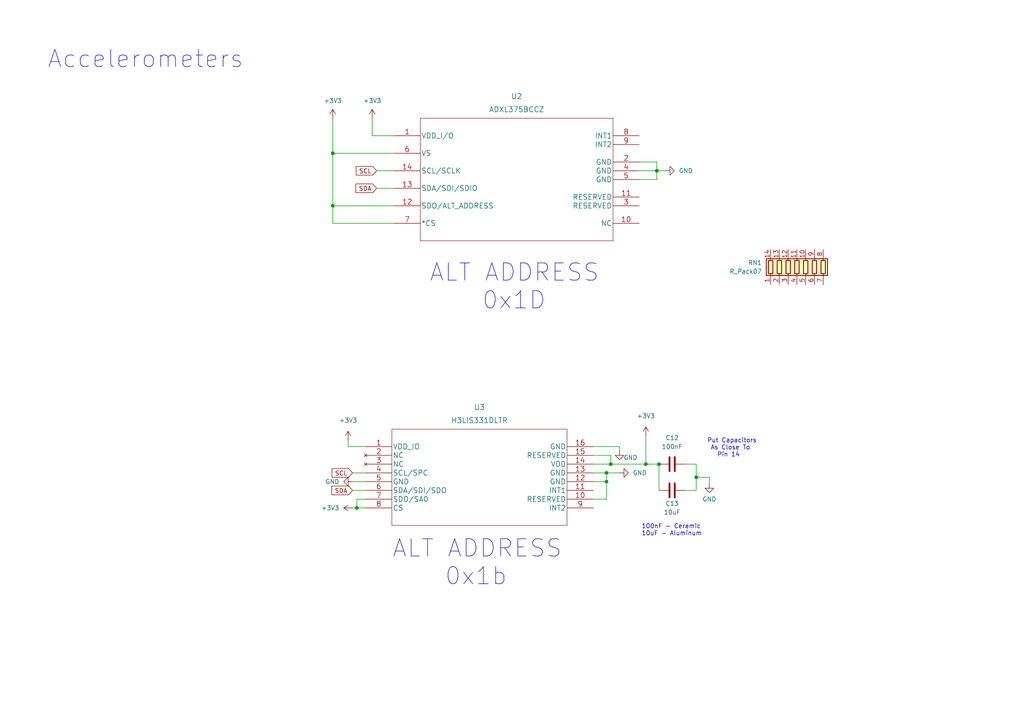
<source format=kicad_sch>
(kicad_sch (version 20230121) (generator eeschema)

  (uuid b69758ba-9152-4a55-9616-cbadd20f2415)

  (paper "A4")

  (lib_symbols
    (symbol "ADXL375:ADXL375BCCZ" (pin_names (offset 0.254)) (in_bom yes) (on_board yes)
      (property "Reference" "U" (at 35.56 10.16 0)
        (effects (font (size 1.524 1.524)))
      )
      (property "Value" "ADXL375BCCZ" (at 35.56 7.62 0)
        (effects (font (size 1.524 1.524)))
      )
      (property "Footprint" "LGA_CC-14-1_ADI" (at 35.56 6.096 0)
        (effects (font (size 1.524 1.524)) hide)
      )
      (property "Datasheet" "" (at 0 0 0)
        (effects (font (size 1.524 1.524)))
      )
      (property "ki_locked" "" (at 0 0 0)
        (effects (font (size 1.27 1.27)))
      )
      (property "ki_fp_filters" "LGA_CC-14-1_ADI LGA_CC-14-1_ADI-M LGA_CC-14-1_ADI-L" (at 0 0 0)
        (effects (font (size 1.27 1.27)) hide)
      )
      (symbol "ADXL375BCCZ_1_1"
        (polyline
          (pts
            (xy 7.62 -30.48)
            (xy 63.5 -30.48)
          )
          (stroke (width 0.127) (type default))
          (fill (type none))
        )
        (polyline
          (pts
            (xy 7.62 5.08)
            (xy 7.62 -30.48)
          )
          (stroke (width 0.127) (type default))
          (fill (type none))
        )
        (polyline
          (pts
            (xy 63.5 -30.48)
            (xy 63.5 5.08)
          )
          (stroke (width 0.127) (type default))
          (fill (type none))
        )
        (polyline
          (pts
            (xy 63.5 5.08)
            (xy 7.62 5.08)
          )
          (stroke (width 0.127) (type default))
          (fill (type none))
        )
        (pin unspecified line (at 0 0 0) (length 7.62)
          (name "VDD_I/O" (effects (font (size 1.4986 1.4986))))
          (number "1" (effects (font (size 1.4986 1.4986))))
        )
        (pin unspecified line (at 71.12 -25.4 180) (length 7.62)
          (name "NC" (effects (font (size 1.4986 1.4986))))
          (number "10" (effects (font (size 1.4986 1.4986))))
        )
        (pin unspecified line (at 71.12 -17.78 180) (length 7.62)
          (name "RESERVED" (effects (font (size 1.4986 1.4986))))
          (number "11" (effects (font (size 1.4986 1.4986))))
        )
        (pin unspecified line (at 0 -20.32 0) (length 7.62)
          (name "SDO/ALT_ADDRESS" (effects (font (size 1.4986 1.4986))))
          (number "12" (effects (font (size 1.4986 1.4986))))
        )
        (pin unspecified line (at 0 -15.24 0) (length 7.62)
          (name "SDA/SDI/SDIO" (effects (font (size 1.4986 1.4986))))
          (number "13" (effects (font (size 1.4986 1.4986))))
        )
        (pin unspecified line (at 0 -10.16 0) (length 7.62)
          (name "SCL/SCLK" (effects (font (size 1.4986 1.4986))))
          (number "14" (effects (font (size 1.4986 1.4986))))
        )
        (pin unspecified line (at 71.12 -7.62 180) (length 7.62)
          (name "GND" (effects (font (size 1.4986 1.4986))))
          (number "2" (effects (font (size 1.4986 1.4986))))
        )
        (pin unspecified line (at 71.12 -20.32 180) (length 7.62)
          (name "RESERVED" (effects (font (size 1.4986 1.4986))))
          (number "3" (effects (font (size 1.4986 1.4986))))
        )
        (pin unspecified line (at 71.12 -10.16 180) (length 7.62)
          (name "GND" (effects (font (size 1.4986 1.4986))))
          (number "4" (effects (font (size 1.4986 1.4986))))
        )
        (pin unspecified line (at 71.12 -12.7 180) (length 7.62)
          (name "GND" (effects (font (size 1.4986 1.4986))))
          (number "5" (effects (font (size 1.4986 1.4986))))
        )
        (pin unspecified line (at 0 -5.08 0) (length 7.62)
          (name "VS" (effects (font (size 1.4986 1.4986))))
          (number "6" (effects (font (size 1.4986 1.4986))))
        )
        (pin unspecified line (at 0 -25.4 0) (length 7.62)
          (name "*CS" (effects (font (size 1.4986 1.4986))))
          (number "7" (effects (font (size 1.4986 1.4986))))
        )
        (pin unspecified line (at 71.12 0 180) (length 7.62)
          (name "INT1" (effects (font (size 1.4986 1.4986))))
          (number "8" (effects (font (size 1.4986 1.4986))))
        )
        (pin unspecified line (at 71.12 -2.54 180) (length 7.62)
          (name "INT2" (effects (font (size 1.4986 1.4986))))
          (number "9" (effects (font (size 1.4986 1.4986))))
        )
      )
    )
    (symbol "Device:C" (pin_numbers hide) (pin_names (offset 0.254)) (in_bom yes) (on_board yes)
      (property "Reference" "C" (at 0.635 2.54 0)
        (effects (font (size 1.27 1.27)) (justify left))
      )
      (property "Value" "C" (at 0.635 -2.54 0)
        (effects (font (size 1.27 1.27)) (justify left))
      )
      (property "Footprint" "" (at 0.9652 -3.81 0)
        (effects (font (size 1.27 1.27)) hide)
      )
      (property "Datasheet" "~" (at 0 0 0)
        (effects (font (size 1.27 1.27)) hide)
      )
      (property "ki_keywords" "cap capacitor" (at 0 0 0)
        (effects (font (size 1.27 1.27)) hide)
      )
      (property "ki_description" "Unpolarized capacitor" (at 0 0 0)
        (effects (font (size 1.27 1.27)) hide)
      )
      (property "ki_fp_filters" "C_*" (at 0 0 0)
        (effects (font (size 1.27 1.27)) hide)
      )
      (symbol "C_0_1"
        (polyline
          (pts
            (xy -2.032 -0.762)
            (xy 2.032 -0.762)
          )
          (stroke (width 0.508) (type default))
          (fill (type none))
        )
        (polyline
          (pts
            (xy -2.032 0.762)
            (xy 2.032 0.762)
          )
          (stroke (width 0.508) (type default))
          (fill (type none))
        )
      )
      (symbol "C_1_1"
        (pin passive line (at 0 3.81 270) (length 2.794)
          (name "~" (effects (font (size 1.27 1.27))))
          (number "1" (effects (font (size 1.27 1.27))))
        )
        (pin passive line (at 0 -3.81 90) (length 2.794)
          (name "~" (effects (font (size 1.27 1.27))))
          (number "2" (effects (font (size 1.27 1.27))))
        )
      )
    )
    (symbol "Device:R_Pack07" (pin_names (offset 0) hide) (in_bom yes) (on_board yes)
      (property "Reference" "RN" (at -10.16 0 90)
        (effects (font (size 1.27 1.27)))
      )
      (property "Value" "R_Pack07" (at 10.16 0 90)
        (effects (font (size 1.27 1.27)))
      )
      (property "Footprint" "" (at 12.065 0 90)
        (effects (font (size 1.27 1.27)) hide)
      )
      (property "Datasheet" "~" (at 0 0 0)
        (effects (font (size 1.27 1.27)) hide)
      )
      (property "ki_keywords" "R network parallel topology isolated" (at 0 0 0)
        (effects (font (size 1.27 1.27)) hide)
      )
      (property "ki_description" "7 resistor network, parallel topology" (at 0 0 0)
        (effects (font (size 1.27 1.27)) hide)
      )
      (property "ki_fp_filters" "DIP* SOIC* R*Array*Concave* R*Array*Convex*" (at 0 0 0)
        (effects (font (size 1.27 1.27)) hide)
      )
      (symbol "R_Pack07_0_1"
        (rectangle (start -8.89 -2.413) (end 8.89 2.413)
          (stroke (width 0.254) (type default))
          (fill (type background))
        )
        (rectangle (start -8.255 1.905) (end -6.985 -1.905)
          (stroke (width 0.254) (type default))
          (fill (type none))
        )
        (rectangle (start -5.715 1.905) (end -4.445 -1.905)
          (stroke (width 0.254) (type default))
          (fill (type none))
        )
        (rectangle (start -3.175 1.905) (end -1.905 -1.905)
          (stroke (width 0.254) (type default))
          (fill (type none))
        )
        (rectangle (start -0.635 1.905) (end 0.635 -1.905)
          (stroke (width 0.254) (type default))
          (fill (type none))
        )
        (polyline
          (pts
            (xy -7.62 -2.54)
            (xy -7.62 -1.905)
          )
          (stroke (width 0) (type default))
          (fill (type none))
        )
        (polyline
          (pts
            (xy -7.62 1.905)
            (xy -7.62 2.54)
          )
          (stroke (width 0) (type default))
          (fill (type none))
        )
        (polyline
          (pts
            (xy -5.08 -2.54)
            (xy -5.08 -1.905)
          )
          (stroke (width 0) (type default))
          (fill (type none))
        )
        (polyline
          (pts
            (xy -5.08 1.905)
            (xy -5.08 2.54)
          )
          (stroke (width 0) (type default))
          (fill (type none))
        )
        (polyline
          (pts
            (xy -2.54 -2.54)
            (xy -2.54 -1.905)
          )
          (stroke (width 0) (type default))
          (fill (type none))
        )
        (polyline
          (pts
            (xy -2.54 1.905)
            (xy -2.54 2.54)
          )
          (stroke (width 0) (type default))
          (fill (type none))
        )
        (polyline
          (pts
            (xy 0 -2.54)
            (xy 0 -1.905)
          )
          (stroke (width 0) (type default))
          (fill (type none))
        )
        (polyline
          (pts
            (xy 0 1.905)
            (xy 0 2.54)
          )
          (stroke (width 0) (type default))
          (fill (type none))
        )
        (polyline
          (pts
            (xy 2.54 -2.54)
            (xy 2.54 -1.905)
          )
          (stroke (width 0) (type default))
          (fill (type none))
        )
        (polyline
          (pts
            (xy 2.54 1.905)
            (xy 2.54 2.54)
          )
          (stroke (width 0) (type default))
          (fill (type none))
        )
        (polyline
          (pts
            (xy 5.08 -2.54)
            (xy 5.08 -1.905)
          )
          (stroke (width 0) (type default))
          (fill (type none))
        )
        (polyline
          (pts
            (xy 5.08 1.905)
            (xy 5.08 2.54)
          )
          (stroke (width 0) (type default))
          (fill (type none))
        )
        (polyline
          (pts
            (xy 7.62 -2.54)
            (xy 7.62 -1.905)
          )
          (stroke (width 0) (type default))
          (fill (type none))
        )
        (polyline
          (pts
            (xy 7.62 1.905)
            (xy 7.62 2.54)
          )
          (stroke (width 0) (type default))
          (fill (type none))
        )
        (rectangle (start 1.905 1.905) (end 3.175 -1.905)
          (stroke (width 0.254) (type default))
          (fill (type none))
        )
        (rectangle (start 4.445 1.905) (end 5.715 -1.905)
          (stroke (width 0.254) (type default))
          (fill (type none))
        )
        (rectangle (start 6.985 1.905) (end 8.255 -1.905)
          (stroke (width 0.254) (type default))
          (fill (type none))
        )
      )
      (symbol "R_Pack07_1_1"
        (pin passive line (at -7.62 -5.08 90) (length 2.54)
          (name "R1.1" (effects (font (size 1.27 1.27))))
          (number "1" (effects (font (size 1.27 1.27))))
        )
        (pin passive line (at 2.54 5.08 270) (length 2.54)
          (name "R5.2" (effects (font (size 1.27 1.27))))
          (number "10" (effects (font (size 1.27 1.27))))
        )
        (pin passive line (at 0 5.08 270) (length 2.54)
          (name "R4.2" (effects (font (size 1.27 1.27))))
          (number "11" (effects (font (size 1.27 1.27))))
        )
        (pin passive line (at -2.54 5.08 270) (length 2.54)
          (name "R3.2" (effects (font (size 1.27 1.27))))
          (number "12" (effects (font (size 1.27 1.27))))
        )
        (pin passive line (at -5.08 5.08 270) (length 2.54)
          (name "R2.2" (effects (font (size 1.27 1.27))))
          (number "13" (effects (font (size 1.27 1.27))))
        )
        (pin passive line (at -7.62 5.08 270) (length 2.54)
          (name "R1.2" (effects (font (size 1.27 1.27))))
          (number "14" (effects (font (size 1.27 1.27))))
        )
        (pin passive line (at -5.08 -5.08 90) (length 2.54)
          (name "R2.1" (effects (font (size 1.27 1.27))))
          (number "2" (effects (font (size 1.27 1.27))))
        )
        (pin passive line (at -2.54 -5.08 90) (length 2.54)
          (name "R3.1" (effects (font (size 1.27 1.27))))
          (number "3" (effects (font (size 1.27 1.27))))
        )
        (pin passive line (at 0 -5.08 90) (length 2.54)
          (name "R4.1" (effects (font (size 1.27 1.27))))
          (number "4" (effects (font (size 1.27 1.27))))
        )
        (pin passive line (at 2.54 -5.08 90) (length 2.54)
          (name "R5.1" (effects (font (size 1.27 1.27))))
          (number "5" (effects (font (size 1.27 1.27))))
        )
        (pin passive line (at 5.08 -5.08 90) (length 2.54)
          (name "R6.1" (effects (font (size 1.27 1.27))))
          (number "6" (effects (font (size 1.27 1.27))))
        )
        (pin passive line (at 7.62 -5.08 90) (length 2.54)
          (name "R7.1" (effects (font (size 1.27 1.27))))
          (number "7" (effects (font (size 1.27 1.27))))
        )
        (pin passive line (at 7.62 5.08 270) (length 2.54)
          (name "R7.2" (effects (font (size 1.27 1.27))))
          (number "8" (effects (font (size 1.27 1.27))))
        )
        (pin passive line (at 5.08 5.08 270) (length 2.54)
          (name "R6.2" (effects (font (size 1.27 1.27))))
          (number "9" (effects (font (size 1.27 1.27))))
        )
      )
    )
    (symbol "H3LIS331DLTR:H3LIS331DLTR" (pin_names (offset 0.254)) (in_bom yes) (on_board yes)
      (property "Reference" "U" (at 33.02 10.16 0)
        (effects (font (size 1.524 1.524)))
      )
      (property "Value" "H3LIS331DLTR" (at 33.02 7.62 0)
        (effects (font (size 1.524 1.524)))
      )
      (property "Footprint" "QFN_31DLTR_STM" (at 33.02 6.096 0)
        (effects (font (size 1.524 1.524)) hide)
      )
      (property "Datasheet" "" (at 0 0 0)
        (effects (font (size 1.524 1.524)))
      )
      (property "ki_locked" "" (at 0 0 0)
        (effects (font (size 1.27 1.27)))
      )
      (property "ki_fp_filters" "QFN_31DLTR_STM QFN_31DLTR_STM-M QFN_31DLTR_STM-L" (at 0 0 0)
        (effects (font (size 1.27 1.27)) hide)
      )
      (symbol "H3LIS331DLTR_1_1"
        (polyline
          (pts
            (xy 7.62 -22.86)
            (xy 58.42 -22.86)
          )
          (stroke (width 0.127) (type default))
          (fill (type none))
        )
        (polyline
          (pts
            (xy 7.62 5.08)
            (xy 7.62 -22.86)
          )
          (stroke (width 0.127) (type default))
          (fill (type none))
        )
        (polyline
          (pts
            (xy 58.42 -22.86)
            (xy 58.42 5.08)
          )
          (stroke (width 0.127) (type default))
          (fill (type none))
        )
        (polyline
          (pts
            (xy 58.42 5.08)
            (xy 7.62 5.08)
          )
          (stroke (width 0.127) (type default))
          (fill (type none))
        )
        (pin power_in line (at 0 0 0) (length 7.62)
          (name "VDD_IO" (effects (font (size 1.4986 1.4986))))
          (number "1" (effects (font (size 1.4986 1.4986))))
        )
        (pin power_in line (at 66.04 -15.24 180) (length 7.62)
          (name "RESERVED" (effects (font (size 1.4986 1.4986))))
          (number "10" (effects (font (size 1.4986 1.4986))))
        )
        (pin output line (at 66.04 -12.7 180) (length 7.62)
          (name "INT1" (effects (font (size 1.4986 1.4986))))
          (number "11" (effects (font (size 1.4986 1.4986))))
        )
        (pin power_in line (at 66.04 -10.16 180) (length 7.62)
          (name "GND" (effects (font (size 1.4986 1.4986))))
          (number "12" (effects (font (size 1.4986 1.4986))))
        )
        (pin power_in line (at 66.04 -7.62 180) (length 7.62)
          (name "GND" (effects (font (size 1.4986 1.4986))))
          (number "13" (effects (font (size 1.4986 1.4986))))
        )
        (pin power_in line (at 66.04 -5.08 180) (length 7.62)
          (name "VDD" (effects (font (size 1.4986 1.4986))))
          (number "14" (effects (font (size 1.4986 1.4986))))
        )
        (pin power_in line (at 66.04 -2.54 180) (length 7.62)
          (name "RESERVED" (effects (font (size 1.4986 1.4986))))
          (number "15" (effects (font (size 1.4986 1.4986))))
        )
        (pin power_in line (at 66.04 0 180) (length 7.62)
          (name "GND" (effects (font (size 1.4986 1.4986))))
          (number "16" (effects (font (size 1.4986 1.4986))))
        )
        (pin no_connect line (at 0 -2.54 0) (length 7.62)
          (name "NC" (effects (font (size 1.4986 1.4986))))
          (number "2" (effects (font (size 1.4986 1.4986))))
        )
        (pin no_connect line (at 0 -5.08 0) (length 7.62)
          (name "NC" (effects (font (size 1.4986 1.4986))))
          (number "3" (effects (font (size 1.4986 1.4986))))
        )
        (pin bidirectional line (at 0 -7.62 0) (length 7.62)
          (name "SCL/SPC" (effects (font (size 1.4986 1.4986))))
          (number "4" (effects (font (size 1.4986 1.4986))))
        )
        (pin power_in line (at 0 -10.16 0) (length 7.62)
          (name "GND" (effects (font (size 1.4986 1.4986))))
          (number "5" (effects (font (size 1.4986 1.4986))))
        )
        (pin bidirectional line (at 0 -12.7 0) (length 7.62)
          (name "SDA/SDI/SDO" (effects (font (size 1.4986 1.4986))))
          (number "6" (effects (font (size 1.4986 1.4986))))
        )
        (pin bidirectional line (at 0 -15.24 0) (length 7.62)
          (name "SDO/SA0" (effects (font (size 1.4986 1.4986))))
          (number "7" (effects (font (size 1.4986 1.4986))))
        )
        (pin input line (at 0 -17.78 0) (length 7.62)
          (name "CS" (effects (font (size 1.4986 1.4986))))
          (number "8" (effects (font (size 1.4986 1.4986))))
        )
        (pin output line (at 66.04 -17.78 180) (length 7.62)
          (name "INT2" (effects (font (size 1.4986 1.4986))))
          (number "9" (effects (font (size 1.4986 1.4986))))
        )
      )
    )
    (symbol "power:+3V3" (power) (pin_names (offset 0)) (in_bom yes) (on_board yes)
      (property "Reference" "#PWR" (at 0 -3.81 0)
        (effects (font (size 1.27 1.27)) hide)
      )
      (property "Value" "+3V3" (at 0 3.556 0)
        (effects (font (size 1.27 1.27)))
      )
      (property "Footprint" "" (at 0 0 0)
        (effects (font (size 1.27 1.27)) hide)
      )
      (property "Datasheet" "" (at 0 0 0)
        (effects (font (size 1.27 1.27)) hide)
      )
      (property "ki_keywords" "power-flag" (at 0 0 0)
        (effects (font (size 1.27 1.27)) hide)
      )
      (property "ki_description" "Power symbol creates a global label with name \"+3V3\"" (at 0 0 0)
        (effects (font (size 1.27 1.27)) hide)
      )
      (symbol "+3V3_0_1"
        (polyline
          (pts
            (xy -0.762 1.27)
            (xy 0 2.54)
          )
          (stroke (width 0) (type default))
          (fill (type none))
        )
        (polyline
          (pts
            (xy 0 0)
            (xy 0 2.54)
          )
          (stroke (width 0) (type default))
          (fill (type none))
        )
        (polyline
          (pts
            (xy 0 2.54)
            (xy 0.762 1.27)
          )
          (stroke (width 0) (type default))
          (fill (type none))
        )
      )
      (symbol "+3V3_1_1"
        (pin power_in line (at 0 0 90) (length 0) hide
          (name "+3V3" (effects (font (size 1.27 1.27))))
          (number "1" (effects (font (size 1.27 1.27))))
        )
      )
    )
    (symbol "power:GND" (power) (pin_names (offset 0)) (in_bom yes) (on_board yes)
      (property "Reference" "#PWR" (at 0 -6.35 0)
        (effects (font (size 1.27 1.27)) hide)
      )
      (property "Value" "GND" (at 0 -3.81 0)
        (effects (font (size 1.27 1.27)))
      )
      (property "Footprint" "" (at 0 0 0)
        (effects (font (size 1.27 1.27)) hide)
      )
      (property "Datasheet" "" (at 0 0 0)
        (effects (font (size 1.27 1.27)) hide)
      )
      (property "ki_keywords" "power-flag" (at 0 0 0)
        (effects (font (size 1.27 1.27)) hide)
      )
      (property "ki_description" "Power symbol creates a global label with name \"GND\" , ground" (at 0 0 0)
        (effects (font (size 1.27 1.27)) hide)
      )
      (symbol "GND_0_1"
        (polyline
          (pts
            (xy 0 0)
            (xy 0 -1.27)
            (xy 1.27 -1.27)
            (xy 0 -2.54)
            (xy -1.27 -1.27)
            (xy 0 -1.27)
          )
          (stroke (width 0) (type default))
          (fill (type none))
        )
      )
      (symbol "GND_1_1"
        (pin power_in line (at 0 0 270) (length 0) hide
          (name "GND" (effects (font (size 1.27 1.27))))
          (number "1" (effects (font (size 1.27 1.27))))
        )
      )
    )
  )

  (junction (at 175.895 137.16) (diameter 0) (color 0 0 0 0)
    (uuid 5c8a64fd-a51b-4318-a7ad-9c86f78faca3)
  )
  (junction (at 96.52 44.45) (diameter 0) (color 0 0 0 0)
    (uuid 66bd7193-7a76-453a-941b-cc230e2febfb)
  )
  (junction (at 191.135 134.62) (diameter 0) (color 0 0 0 0)
    (uuid 8b20d57f-9bca-4f77-b74f-7f30c16292f7)
  )
  (junction (at 103.505 147.32) (diameter 0) (color 0 0 0 0)
    (uuid 8ea0f193-41f1-424b-ac16-490b4a07bcdc)
  )
  (junction (at 175.895 139.7) (diameter 0) (color 0 0 0 0)
    (uuid 98ac6833-4fab-4d12-ac14-ae62d723b8be)
  )
  (junction (at 177.165 134.62) (diameter 0) (color 0 0 0 0)
    (uuid a06dba84-62ad-4c0f-9d4e-e52929ddfd80)
  )
  (junction (at 187.325 134.62) (diameter 0) (color 0 0 0 0)
    (uuid a7f9ea8a-f197-4a41-8ca2-58014ad503de)
  )
  (junction (at 190.5 49.53) (diameter 0) (color 0 0 0 0)
    (uuid b2d7d3a1-dae8-4a3b-a12b-ebf0f9ed01a8)
  )
  (junction (at 96.52 59.69) (diameter 0) (color 0 0 0 0)
    (uuid ea0daf94-b944-4b3f-9340-6cd611a690d4)
  )
  (junction (at 201.93 138.43) (diameter 0) (color 0 0 0 0)
    (uuid ec225cc2-437f-463e-8fa6-37bc2324d277)
  )

  (wire (pts (xy 205.74 138.43) (xy 205.74 140.335))
    (stroke (width 0) (type default))
    (uuid 0726a753-51bb-4525-9391-79a6e6e886b1)
  )
  (wire (pts (xy 190.5 49.53) (xy 193.04 49.53))
    (stroke (width 0) (type default))
    (uuid 0c9f9ab9-b09d-440a-8d90-64359cc8d7e4)
  )
  (wire (pts (xy 190.5 49.53) (xy 190.5 52.07))
    (stroke (width 0) (type default))
    (uuid 15e90bda-5e29-422a-91c0-37fabac8b547)
  )
  (wire (pts (xy 172.085 144.78) (xy 175.895 144.78))
    (stroke (width 0) (type default))
    (uuid 165ab27c-d2a0-45c4-886b-d243e8a6f904)
  )
  (wire (pts (xy 177.165 134.62) (xy 187.325 134.62))
    (stroke (width 0) (type default))
    (uuid 1d52ebe1-90f9-4307-8ce3-68496d4d8f07)
  )
  (wire (pts (xy 102.235 147.32) (xy 103.505 147.32))
    (stroke (width 0) (type default))
    (uuid 22cd4b16-f0f8-49ef-9c41-0c97c94e7440)
  )
  (wire (pts (xy 190.5 46.99) (xy 190.5 49.53))
    (stroke (width 0) (type default))
    (uuid 2c004274-1d61-4f63-8a35-5ed7af58df0f)
  )
  (wire (pts (xy 114.3 64.77) (xy 96.52 64.77))
    (stroke (width 0) (type default))
    (uuid 3989f6a4-7310-49f6-8f65-862eef3bcb62)
  )
  (wire (pts (xy 175.895 139.7) (xy 172.085 139.7))
    (stroke (width 0) (type default))
    (uuid 3eccff7d-3b92-43a0-892b-ac7e90105a49)
  )
  (wire (pts (xy 172.085 132.08) (xy 177.165 132.08))
    (stroke (width 0) (type default))
    (uuid 3ff4461d-14ff-43f4-b729-b8a3349ff690)
  )
  (wire (pts (xy 198.755 134.62) (xy 201.93 134.62))
    (stroke (width 0) (type default))
    (uuid 4255bec3-192c-4324-8891-6f84c9903476)
  )
  (wire (pts (xy 102.235 139.7) (xy 106.045 139.7))
    (stroke (width 0) (type default))
    (uuid 46d47057-739f-40af-8bd6-66732b3e254b)
  )
  (wire (pts (xy 175.895 144.78) (xy 175.895 139.7))
    (stroke (width 0) (type default))
    (uuid 487ac769-e17a-463e-9ddc-9b4ee9e4dfbc)
  )
  (wire (pts (xy 106.045 144.78) (xy 103.505 144.78))
    (stroke (width 0) (type default))
    (uuid 49208f5a-f73e-42f1-9d7d-382d975bd991)
  )
  (wire (pts (xy 175.895 137.16) (xy 175.895 139.7))
    (stroke (width 0) (type default))
    (uuid 49a25585-9eb1-4082-af6c-48426f75d56d)
  )
  (wire (pts (xy 172.085 134.62) (xy 177.165 134.62))
    (stroke (width 0) (type default))
    (uuid 4bde790a-641c-490e-8bf2-a0ff7c211aa6)
  )
  (wire (pts (xy 201.93 138.43) (xy 201.93 142.24))
    (stroke (width 0) (type default))
    (uuid 4ef304f5-1d92-47ba-97e5-a293b1aad6e1)
  )
  (wire (pts (xy 185.42 46.99) (xy 190.5 46.99))
    (stroke (width 0) (type default))
    (uuid 5a382aa8-0082-4c8d-84b1-f60f83f77037)
  )
  (wire (pts (xy 114.3 49.53) (xy 109.22 49.53))
    (stroke (width 0) (type default))
    (uuid 5b1efcef-acdf-47ed-9f69-8c80493ead5a)
  )
  (wire (pts (xy 96.52 64.77) (xy 96.52 59.69))
    (stroke (width 0) (type default))
    (uuid 5c4f257e-769b-4343-ab7d-df151740f576)
  )
  (wire (pts (xy 114.3 54.61) (xy 109.22 54.61))
    (stroke (width 0) (type default))
    (uuid 6f9b866b-b26c-41c8-8818-f6c33b713e79)
  )
  (wire (pts (xy 102.235 142.24) (xy 106.045 142.24))
    (stroke (width 0) (type default))
    (uuid 7153c8a0-d683-445b-858b-91a7e1fd5610)
  )
  (wire (pts (xy 96.52 59.69) (xy 96.52 44.45))
    (stroke (width 0) (type default))
    (uuid 766017e8-1b7d-4ab4-977c-2ec127de6793)
  )
  (wire (pts (xy 185.42 49.53) (xy 190.5 49.53))
    (stroke (width 0) (type default))
    (uuid 900374aa-8bc6-434c-ac6e-97a72e31a23a)
  )
  (wire (pts (xy 96.52 59.69) (xy 114.3 59.69))
    (stroke (width 0) (type default))
    (uuid a1e77f00-e6d5-4018-91e7-171f7fea1222)
  )
  (wire (pts (xy 179.705 129.54) (xy 179.705 130.81))
    (stroke (width 0) (type default))
    (uuid a80102c1-438f-4b5a-90d7-d1bd03092ee9)
  )
  (wire (pts (xy 201.93 142.24) (xy 198.755 142.24))
    (stroke (width 0) (type default))
    (uuid aa6aa9b9-55a6-4053-95be-48eae21c02d0)
  )
  (wire (pts (xy 100.965 127.635) (xy 100.965 129.54))
    (stroke (width 0) (type default))
    (uuid aaf8ad83-f67a-474d-b433-1b719f2d7504)
  )
  (wire (pts (xy 172.085 129.54) (xy 179.705 129.54))
    (stroke (width 0) (type default))
    (uuid af78971d-5591-474f-8e89-a68bec69b2d1)
  )
  (wire (pts (xy 114.3 39.37) (xy 107.95 39.37))
    (stroke (width 0) (type default))
    (uuid b169663a-db82-4980-93a2-df690b29edf6)
  )
  (wire (pts (xy 177.165 132.08) (xy 177.165 134.62))
    (stroke (width 0) (type default))
    (uuid b1d6384d-2757-4890-99c6-f330cee61404)
  )
  (wire (pts (xy 114.3 44.45) (xy 96.52 44.45))
    (stroke (width 0) (type default))
    (uuid b2ece1b1-4931-49d0-b483-e53c15bd20fa)
  )
  (wire (pts (xy 102.235 137.16) (xy 106.045 137.16))
    (stroke (width 0) (type default))
    (uuid b7e34cc1-ae5b-4b4d-9f3a-cd1695866d9d)
  )
  (wire (pts (xy 187.325 126.365) (xy 187.325 134.62))
    (stroke (width 0) (type default))
    (uuid ba3b6d40-e6d2-488c-ac97-697c3cdba610)
  )
  (wire (pts (xy 187.325 134.62) (xy 191.135 134.62))
    (stroke (width 0) (type default))
    (uuid bb6c1ebb-f3c4-4f87-b803-98f5ae214082)
  )
  (wire (pts (xy 103.505 144.78) (xy 103.505 147.32))
    (stroke (width 0) (type default))
    (uuid bbdfcaf9-a9f1-49a1-bd26-0526ca7b950f)
  )
  (wire (pts (xy 100.965 129.54) (xy 106.045 129.54))
    (stroke (width 0) (type default))
    (uuid c117c295-327c-4830-867a-d8670eed4aae)
  )
  (wire (pts (xy 201.93 138.43) (xy 205.74 138.43))
    (stroke (width 0) (type default))
    (uuid c9465aeb-50b6-4106-a36a-e65073707a7d)
  )
  (wire (pts (xy 107.95 34.29) (xy 107.95 39.37))
    (stroke (width 0) (type default))
    (uuid cf7e8e45-2229-463d-8e9b-f2f50e3bc3d4)
  )
  (wire (pts (xy 103.505 147.32) (xy 106.045 147.32))
    (stroke (width 0) (type default))
    (uuid d5122849-3f34-4f54-b46f-c0e43d919b9e)
  )
  (wire (pts (xy 190.5 52.07) (xy 185.42 52.07))
    (stroke (width 0) (type default))
    (uuid d6ec218d-8dd2-4ef5-b76b-d72f5d474d71)
  )
  (wire (pts (xy 201.93 134.62) (xy 201.93 138.43))
    (stroke (width 0) (type default))
    (uuid e0734429-8e94-4ecc-b38d-eb14b993aae6)
  )
  (wire (pts (xy 191.135 134.62) (xy 191.135 142.24))
    (stroke (width 0) (type default))
    (uuid e3f3d7f4-a2e2-49da-a367-cfb0b393bc8b)
  )
  (wire (pts (xy 175.895 137.16) (xy 179.705 137.16))
    (stroke (width 0) (type default))
    (uuid e6f812d7-3869-4afd-a1ee-586085e072e3)
  )
  (wire (pts (xy 96.52 34.29) (xy 96.52 44.45))
    (stroke (width 0) (type default))
    (uuid ea828389-0ca5-4ea4-9721-08f3204ced5b)
  )
  (wire (pts (xy 172.085 137.16) (xy 175.895 137.16))
    (stroke (width 0) (type default))
    (uuid f38f63b5-941c-413e-9298-ae154fd7219d)
  )

  (text "Accelerometers\n" (at 13.6652 20.1676 0)
    (effects (font (size 5 5)) (justify left bottom))
    (uuid 403d07c4-fb46-426e-a6e1-8763200c76f1)
  )
  (text "ALT ADDRESS\n    0x1D" (at 124.46 90.17 0)
    (effects (font (size 5 5)) (justify left bottom))
    (uuid 7ee1a4e9-21d5-4b72-b5c5-03e7bb7daae2)
  )
  (text "ALT ADDRESS\n    0x1b" (at 113.665 170.18 0)
    (effects (font (size 5 5)) (justify left bottom))
    (uuid 8c1e0d1c-3799-4f86-a18a-9fa59b69366b)
  )
  (text "Put Capacitors \n As Close To\n   Pin 14\n" (at 205.105 132.715 0)
    (effects (font (size 1.27 1.27)) (justify left bottom))
    (uuid f31292d4-cab5-443b-83ee-6eb61523d2a7)
  )
  (text "100nF - Ceramic\n10uF - Aluminum" (at 186.055 155.575 0)
    (effects (font (size 1.27 1.27)) (justify left bottom))
    (uuid f6cd2023-5185-45f5-bac6-c6e7518f189e)
  )

  (global_label "SCL" (shape input) (at 102.235 137.16 180) (fields_autoplaced)
    (effects (font (size 1.27 1.27)) (justify right))
    (uuid 59161494-5b51-4d46-bf48-3785d5a686fe)
    (property "Intersheetrefs" "${INTERSHEET_REFS}" (at 96.3143 137.0806 0)
      (effects (font (size 1.27 1.27)) (justify right) hide)
    )
  )
  (global_label "SCL" (shape input) (at 109.22 49.53 180) (fields_autoplaced)
    (effects (font (size 1.27 1.27)) (justify right))
    (uuid b863a0b8-13b5-47d2-9e50-1f428a41fd41)
    (property "Intersheetrefs" "${INTERSHEET_REFS}" (at 103.2993 49.4506 0)
      (effects (font (size 1.27 1.27)) (justify right) hide)
    )
  )
  (global_label "SDA" (shape input) (at 109.22 54.61 180) (fields_autoplaced)
    (effects (font (size 1.27 1.27)) (justify right))
    (uuid bc39e35f-a4c4-4816-807d-a73ef5c7b99f)
    (property "Intersheetrefs" "${INTERSHEET_REFS}" (at 103.2388 54.5306 0)
      (effects (font (size 1.27 1.27)) (justify right) hide)
    )
  )
  (global_label "SDA" (shape input) (at 102.235 142.24 180) (fields_autoplaced)
    (effects (font (size 1.27 1.27)) (justify right))
    (uuid d3f24c14-8ee4-468e-9666-313ae210b2b6)
    (property "Intersheetrefs" "${INTERSHEET_REFS}" (at 96.2538 142.1606 0)
      (effects (font (size 1.27 1.27)) (justify right) hide)
    )
  )

  (symbol (lib_id "power:+3V3") (at 187.325 126.365 0) (unit 1)
    (in_bom yes) (on_board yes) (dnp no) (fields_autoplaced)
    (uuid 2347a704-3a56-4fd1-be52-1fd8a5f0d05d)
    (property "Reference" "#PWR0117" (at 187.325 130.175 0)
      (effects (font (size 1.27 1.27)) hide)
    )
    (property "Value" "+3V3" (at 187.325 120.65 0)
      (effects (font (size 1.27 1.27)))
    )
    (property "Footprint" "" (at 187.325 126.365 0)
      (effects (font (size 1.27 1.27)) hide)
    )
    (property "Datasheet" "" (at 187.325 126.365 0)
      (effects (font (size 1.27 1.27)) hide)
    )
    (pin "1" (uuid af28c467-6e42-49b8-b895-4c91aaf65329))
    (instances
      (project "AvionicsV0"
        (path "/e63e39d7-6ac0-4ffd-8aa3-1841a4541b55/d0780931-fd80-4887-ae40-469dcb55b038/c8127cf1-01dd-4449-96eb-69a5ebfae8d9"
          (reference "#PWR0117") (unit 1)
        )
      )
    )
  )

  (symbol (lib_id "H3LIS331DLTR:H3LIS331DLTR") (at 106.045 129.54 0) (unit 1)
    (in_bom yes) (on_board yes) (dnp no) (fields_autoplaced)
    (uuid 3bbf35c3-cbdb-447d-904e-a960a318898a)
    (property "Reference" "U3" (at 139.065 118.11 0)
      (effects (font (size 1.524 1.524)))
    )
    (property "Value" "H3LIS331DLTR" (at 139.065 121.92 0)
      (effects (font (size 1.524 1.524)))
    )
    (property "Footprint" "AVIONICS:QFN300X300X100-16N" (at 139.065 123.444 0)
      (effects (font (size 1.524 1.524)) hide)
    )
    (property "Datasheet" "" (at 106.045 129.54 0)
      (effects (font (size 1.524 1.524)))
    )
    (pin "1" (uuid 9d30511f-5ac6-4e7a-a708-4195a6899128))
    (pin "10" (uuid 2e58d3a2-ad43-40f3-af39-3957924e5d4a))
    (pin "11" (uuid 9798ed67-8743-40b3-adb0-f65a76bc9e49))
    (pin "12" (uuid 34e45878-125f-4a7b-afbf-8b70fa0a31c7))
    (pin "13" (uuid f9ff2c70-37ed-4c55-bc73-81c22f0b2224))
    (pin "14" (uuid 499f544d-2a54-48c1-b95a-04cb4df7b918))
    (pin "15" (uuid f9fe6f02-ec64-4fc7-95f3-ccb0f0c1a56a))
    (pin "16" (uuid 4b733529-bf85-48af-949c-60db99e27fdb))
    (pin "2" (uuid f39fb6f0-a9f4-44aa-8583-96be402acbda))
    (pin "3" (uuid 0175f1fb-26ea-42eb-ad38-55e59bcae2ae))
    (pin "4" (uuid 12d0ca72-4fda-40c0-bacc-1d41f23cb9ba))
    (pin "5" (uuid 34df09f6-892e-42c2-85eb-6c07fad04bc8))
    (pin "6" (uuid 658e1e09-f17a-4bdf-a526-0af189b7bd87))
    (pin "7" (uuid f1f968d3-6c3b-4f62-abd0-c0189eb24137))
    (pin "8" (uuid d78ac0b5-d803-47ea-b2dc-07a0a21dcee5))
    (pin "9" (uuid ddf0877c-47d2-42dc-a802-886a934e34dd))
    (instances
      (project "AvionicsV0"
        (path "/e63e39d7-6ac0-4ffd-8aa3-1841a4541b55/d0780931-fd80-4887-ae40-469dcb55b038/c8127cf1-01dd-4449-96eb-69a5ebfae8d9"
          (reference "U3") (unit 1)
        )
      )
    )
  )

  (symbol (lib_id "ADXL375:ADXL375BCCZ") (at 114.3 39.37 0) (unit 1)
    (in_bom yes) (on_board yes) (dnp no) (fields_autoplaced)
    (uuid 497d2823-c85c-4f02-82f6-d1f15fc2d391)
    (property "Reference" "U2" (at 149.86 27.94 0)
      (effects (font (size 1.524 1.524)))
    )
    (property "Value" "ADXL375BCCZ" (at 149.86 31.75 0)
      (effects (font (size 1.524 1.524)))
    )
    (property "Footprint" "AVIONICS:ADXL375BCCZ" (at 149.86 33.274 0)
      (effects (font (size 1.524 1.524)) hide)
    )
    (property "Datasheet" "" (at 114.3 39.37 0)
      (effects (font (size 1.524 1.524)))
    )
    (pin "1" (uuid df699f6c-57fb-4f85-9cf3-efa16e9e8a9f))
    (pin "10" (uuid febdc9a0-5343-4a88-ab0a-9b51e069e294))
    (pin "11" (uuid 911fb200-774a-435d-864a-51c4335b6402))
    (pin "12" (uuid 3cbf3960-8e41-4de9-aeab-466764ddcd65))
    (pin "13" (uuid d7263722-c25f-4eff-99ee-9cf0ad6dfdf9))
    (pin "14" (uuid 59010f32-e841-4bf3-8519-59b03c46cdb7))
    (pin "2" (uuid ff33a8c8-f0c4-47b5-bf03-c1867e72598d))
    (pin "3" (uuid 1a68537f-bd4d-4c65-86b7-64957c5f58cb))
    (pin "4" (uuid de86b9d2-c1f0-4e64-8629-0f95456e5490))
    (pin "5" (uuid cde5411e-3272-40a6-858e-445b63875167))
    (pin "6" (uuid d0472e8e-140f-4805-b8ff-dac7f3478a55))
    (pin "7" (uuid 11db9a6f-0e37-40a1-836a-83f73d7508f1))
    (pin "8" (uuid 91920752-60ed-4f3d-9cc8-9e8fd4f8f84c))
    (pin "9" (uuid 61bd1cf6-5bcd-4ee0-bcd4-6753f8c7dcdc))
    (instances
      (project "AvionicsV0"
        (path "/e63e39d7-6ac0-4ffd-8aa3-1841a4541b55/d0780931-fd80-4887-ae40-469dcb55b038/c8127cf1-01dd-4449-96eb-69a5ebfae8d9"
          (reference "U2") (unit 1)
        )
      )
    )
  )

  (symbol (lib_id "Device:C") (at 194.945 134.62 90) (unit 1)
    (in_bom yes) (on_board yes) (dnp no) (fields_autoplaced)
    (uuid 581d14c9-9fb8-46e2-ab5f-ffb30fbb2342)
    (property "Reference" "C12" (at 194.945 127 90)
      (effects (font (size 1.27 1.27)))
    )
    (property "Value" "100nF" (at 194.945 129.54 90)
      (effects (font (size 1.27 1.27)))
    )
    (property "Footprint" "Capacitor_SMD:C_0603_1608Metric" (at 198.755 133.6548 0)
      (effects (font (size 1.27 1.27)) hide)
    )
    (property "Datasheet" "~" (at 194.945 134.62 0)
      (effects (font (size 1.27 1.27)) hide)
    )
    (pin "1" (uuid e5606743-37a7-41e9-8b90-4318dd4f1d65))
    (pin "2" (uuid 505e80fa-80d5-483c-91df-c4cae2cb9ab9))
    (instances
      (project "AvionicsV0"
        (path "/e63e39d7-6ac0-4ffd-8aa3-1841a4541b55/d0780931-fd80-4887-ae40-469dcb55b038/c8127cf1-01dd-4449-96eb-69a5ebfae8d9"
          (reference "C12") (unit 1)
        )
      )
    )
  )

  (symbol (lib_id "power:+3V3") (at 96.52 34.29 0) (unit 1)
    (in_bom yes) (on_board yes) (dnp no) (fields_autoplaced)
    (uuid 5deba1ee-f564-41ee-aa1a-d280af4e6148)
    (property "Reference" "#PWR0134" (at 96.52 38.1 0)
      (effects (font (size 1.27 1.27)) hide)
    )
    (property "Value" "+3V3" (at 96.52 29.21 0)
      (effects (font (size 1.27 1.27)))
    )
    (property "Footprint" "" (at 96.52 34.29 0)
      (effects (font (size 1.27 1.27)) hide)
    )
    (property "Datasheet" "" (at 96.52 34.29 0)
      (effects (font (size 1.27 1.27)) hide)
    )
    (pin "1" (uuid d2730980-3b8f-4801-929d-998e671fcdc8))
    (instances
      (project "AvionicsV0"
        (path "/e63e39d7-6ac0-4ffd-8aa3-1841a4541b55/d0780931-fd80-4887-ae40-469dcb55b038/c8127cf1-01dd-4449-96eb-69a5ebfae8d9"
          (reference "#PWR0134") (unit 1)
        )
      )
    )
  )

  (symbol (lib_id "power:GND") (at 179.705 137.16 90) (unit 1)
    (in_bom yes) (on_board yes) (dnp no) (fields_autoplaced)
    (uuid 7064bfaa-05e1-4425-a9b7-1c0e15624464)
    (property "Reference" "#PWR0136" (at 186.055 137.16 0)
      (effects (font (size 1.27 1.27)) hide)
    )
    (property "Value" "GND" (at 183.515 137.1599 90)
      (effects (font (size 1.27 1.27)) (justify right))
    )
    (property "Footprint" "" (at 179.705 137.16 0)
      (effects (font (size 1.27 1.27)) hide)
    )
    (property "Datasheet" "" (at 179.705 137.16 0)
      (effects (font (size 1.27 1.27)) hide)
    )
    (pin "1" (uuid 1ad552e4-a654-4ff6-b05f-d5eb06e65e59))
    (instances
      (project "AvionicsV0"
        (path "/e63e39d7-6ac0-4ffd-8aa3-1841a4541b55/d0780931-fd80-4887-ae40-469dcb55b038/c8127cf1-01dd-4449-96eb-69a5ebfae8d9"
          (reference "#PWR0136") (unit 1)
        )
      )
    )
  )

  (symbol (lib_id "power:GND") (at 179.705 130.81 0) (unit 1)
    (in_bom yes) (on_board yes) (dnp no)
    (uuid 859ce473-1d1f-47ac-9f24-a6359418fc25)
    (property "Reference" "#PWR0137" (at 179.705 137.16 0)
      (effects (font (size 1.27 1.27)) hide)
    )
    (property "Value" "GND" (at 182.88 132.715 0)
      (effects (font (size 1.27 1.27)))
    )
    (property "Footprint" "" (at 179.705 130.81 0)
      (effects (font (size 1.27 1.27)) hide)
    )
    (property "Datasheet" "" (at 179.705 130.81 0)
      (effects (font (size 1.27 1.27)) hide)
    )
    (pin "1" (uuid 163a50e9-e72e-4be0-bf49-b700cf2c7d5e))
    (instances
      (project "AvionicsV0"
        (path "/e63e39d7-6ac0-4ffd-8aa3-1841a4541b55/d0780931-fd80-4887-ae40-469dcb55b038/c8127cf1-01dd-4449-96eb-69a5ebfae8d9"
          (reference "#PWR0137") (unit 1)
        )
      )
    )
  )

  (symbol (lib_id "power:GND") (at 205.74 140.335 0) (unit 1)
    (in_bom yes) (on_board yes) (dnp no) (fields_autoplaced)
    (uuid 8a30aef2-1c86-404c-a277-6e3e2ee5881f)
    (property "Reference" "#PWR0135" (at 205.74 146.685 0)
      (effects (font (size 1.27 1.27)) hide)
    )
    (property "Value" "GND" (at 205.74 144.78 0)
      (effects (font (size 1.27 1.27)))
    )
    (property "Footprint" "" (at 205.74 140.335 0)
      (effects (font (size 1.27 1.27)) hide)
    )
    (property "Datasheet" "" (at 205.74 140.335 0)
      (effects (font (size 1.27 1.27)) hide)
    )
    (pin "1" (uuid e3512914-4f06-42e5-8912-9f4527ca0c85))
    (instances
      (project "AvionicsV0"
        (path "/e63e39d7-6ac0-4ffd-8aa3-1841a4541b55/d0780931-fd80-4887-ae40-469dcb55b038/c8127cf1-01dd-4449-96eb-69a5ebfae8d9"
          (reference "#PWR0135") (unit 1)
        )
      )
    )
  )

  (symbol (lib_id "power:+3V3") (at 100.965 127.635 0) (unit 1)
    (in_bom yes) (on_board yes) (dnp no) (fields_autoplaced)
    (uuid a6b29b7a-c8bc-4c67-aa0c-303a9258641b)
    (property "Reference" "#PWR0127" (at 100.965 131.445 0)
      (effects (font (size 1.27 1.27)) hide)
    )
    (property "Value" "+3V3" (at 100.965 121.92 0)
      (effects (font (size 1.27 1.27)))
    )
    (property "Footprint" "" (at 100.965 127.635 0)
      (effects (font (size 1.27 1.27)) hide)
    )
    (property "Datasheet" "" (at 100.965 127.635 0)
      (effects (font (size 1.27 1.27)) hide)
    )
    (pin "1" (uuid 8d0434b4-e762-4fd2-8baa-3f3c51231822))
    (instances
      (project "AvionicsV0"
        (path "/e63e39d7-6ac0-4ffd-8aa3-1841a4541b55/d0780931-fd80-4887-ae40-469dcb55b038/c8127cf1-01dd-4449-96eb-69a5ebfae8d9"
          (reference "#PWR0127") (unit 1)
        )
      )
    )
  )

  (symbol (lib_id "power:GND") (at 102.235 139.7 270) (unit 1)
    (in_bom yes) (on_board yes) (dnp no) (fields_autoplaced)
    (uuid ac5a3a28-04f9-4c24-b519-7395de9bd75c)
    (property "Reference" "#PWR0138" (at 95.885 139.7 0)
      (effects (font (size 1.27 1.27)) hide)
    )
    (property "Value" "GND" (at 98.425 139.6999 90)
      (effects (font (size 1.27 1.27)) (justify right))
    )
    (property "Footprint" "" (at 102.235 139.7 0)
      (effects (font (size 1.27 1.27)) hide)
    )
    (property "Datasheet" "" (at 102.235 139.7 0)
      (effects (font (size 1.27 1.27)) hide)
    )
    (pin "1" (uuid 53dd0969-8591-4a93-ae71-fec102a64f01))
    (instances
      (project "AvionicsV0"
        (path "/e63e39d7-6ac0-4ffd-8aa3-1841a4541b55/d0780931-fd80-4887-ae40-469dcb55b038/c8127cf1-01dd-4449-96eb-69a5ebfae8d9"
          (reference "#PWR0138") (unit 1)
        )
      )
    )
  )

  (symbol (lib_id "power:+3V3") (at 102.235 147.32 90) (unit 1)
    (in_bom yes) (on_board yes) (dnp no) (fields_autoplaced)
    (uuid b10f9494-9757-4e22-a302-b41121d6c93c)
    (property "Reference" "#PWR0140" (at 106.045 147.32 0)
      (effects (font (size 1.27 1.27)) hide)
    )
    (property "Value" "+3V3" (at 98.425 147.3199 90)
      (effects (font (size 1.27 1.27)) (justify left))
    )
    (property "Footprint" "" (at 102.235 147.32 0)
      (effects (font (size 1.27 1.27)) hide)
    )
    (property "Datasheet" "" (at 102.235 147.32 0)
      (effects (font (size 1.27 1.27)) hide)
    )
    (pin "1" (uuid 1a470d24-db4e-4324-abd6-56af97772018))
    (instances
      (project "AvionicsV0"
        (path "/e63e39d7-6ac0-4ffd-8aa3-1841a4541b55/d0780931-fd80-4887-ae40-469dcb55b038/c8127cf1-01dd-4449-96eb-69a5ebfae8d9"
          (reference "#PWR0140") (unit 1)
        )
      )
    )
  )

  (symbol (lib_id "Device:C") (at 194.945 142.24 90) (unit 1)
    (in_bom yes) (on_board yes) (dnp no)
    (uuid c59218e1-2cf9-4d67-8950-189b71d3550f)
    (property "Reference" "C13" (at 194.945 146.05 90)
      (effects (font (size 1.27 1.27)))
    )
    (property "Value" "10uF" (at 194.945 148.59 90)
      (effects (font (size 1.27 1.27)))
    )
    (property "Footprint" "Capacitor_SMD:C_0603_1608Metric" (at 198.755 141.2748 0)
      (effects (font (size 1.27 1.27)) hide)
    )
    (property "Datasheet" "~" (at 194.945 142.24 0)
      (effects (font (size 1.27 1.27)) hide)
    )
    (pin "1" (uuid c8d0bf38-d308-42f8-b5ed-7ca587ee8715))
    (pin "2" (uuid b8f11134-7036-40fb-ad26-c8034de6ab0f))
    (instances
      (project "AvionicsV0"
        (path "/e63e39d7-6ac0-4ffd-8aa3-1841a4541b55/d0780931-fd80-4887-ae40-469dcb55b038/c8127cf1-01dd-4449-96eb-69a5ebfae8d9"
          (reference "C13") (unit 1)
        )
      )
    )
  )

  (symbol (lib_id "Device:R_Pack07") (at 231.14 77.47 0) (unit 1)
    (in_bom yes) (on_board yes) (dnp no) (fields_autoplaced)
    (uuid c97b911f-3dad-431d-b9ee-0e1f2f62c057)
    (property "Reference" "RN1" (at 220.98 76.2 0)
      (effects (font (size 1.27 1.27)) (justify right))
    )
    (property "Value" "R_Pack07" (at 220.98 78.74 0)
      (effects (font (size 1.27 1.27)) (justify right))
    )
    (property "Footprint" "" (at 243.205 77.47 90)
      (effects (font (size 1.27 1.27)) hide)
    )
    (property "Datasheet" "~" (at 231.14 77.47 0)
      (effects (font (size 1.27 1.27)) hide)
    )
    (pin "1" (uuid 541055d4-3ffa-49b6-9346-0699d9bbe410))
    (pin "10" (uuid ec1022c9-d8a9-4dc5-9868-a9d47722f146))
    (pin "11" (uuid 168d9d56-01aa-437e-8bd1-d7035b8800a3))
    (pin "12" (uuid b761e079-98a3-430e-9ab4-9e56e8fa6c36))
    (pin "13" (uuid f8a52bba-c416-4d56-896d-93a302979b5c))
    (pin "14" (uuid 26dd4926-0a9b-4860-93ce-d7ad3cc78845))
    (pin "2" (uuid acbbd890-407e-44de-afe2-338b777443c6))
    (pin "3" (uuid 79334606-e4bb-4e0e-a590-9e9149e0bc22))
    (pin "4" (uuid 57cae37f-cd7c-451d-80f9-8e54a20d78a1))
    (pin "5" (uuid ca0ec997-dd28-49d0-b3ea-e409320e52ee))
    (pin "6" (uuid 17986c61-61a5-49c5-b02d-2cbdf09b7778))
    (pin "7" (uuid 9809b597-773c-4f91-a703-1702904fe25e))
    (pin "8" (uuid 840fb51c-107c-41d3-89ad-6fc7fc431116))
    (pin "9" (uuid ef6d42b8-0182-408b-9b96-ce982c25e7a0))
    (instances
      (project "AvionicsV0"
        (path "/e63e39d7-6ac0-4ffd-8aa3-1841a4541b55/d0780931-fd80-4887-ae40-469dcb55b038/c8127cf1-01dd-4449-96eb-69a5ebfae8d9"
          (reference "RN1") (unit 1)
        )
      )
    )
  )

  (symbol (lib_id "power:+3V3") (at 107.95 34.29 0) (unit 1)
    (in_bom yes) (on_board yes) (dnp no) (fields_autoplaced)
    (uuid ece65a2d-9ff9-4bec-bd83-f3d3a63d3aa0)
    (property "Reference" "#PWR0162" (at 107.95 38.1 0)
      (effects (font (size 1.27 1.27)) hide)
    )
    (property "Value" "+3V3" (at 107.95 29.21 0)
      (effects (font (size 1.27 1.27)))
    )
    (property "Footprint" "" (at 107.95 34.29 0)
      (effects (font (size 1.27 1.27)) hide)
    )
    (property "Datasheet" "" (at 107.95 34.29 0)
      (effects (font (size 1.27 1.27)) hide)
    )
    (pin "1" (uuid 87bd64a3-4656-4bca-92b7-933dcf3d7998))
    (instances
      (project "AvionicsV0"
        (path "/e63e39d7-6ac0-4ffd-8aa3-1841a4541b55/d0780931-fd80-4887-ae40-469dcb55b038/c8127cf1-01dd-4449-96eb-69a5ebfae8d9"
          (reference "#PWR0162") (unit 1)
        )
      )
    )
  )

  (symbol (lib_id "power:GND") (at 193.04 49.53 90) (unit 1)
    (in_bom yes) (on_board yes) (dnp no) (fields_autoplaced)
    (uuid ff9958ad-fdc6-457d-b5ab-bfe7e7e92b78)
    (property "Reference" "#PWR0139" (at 199.39 49.53 0)
      (effects (font (size 1.27 1.27)) hide)
    )
    (property "Value" "GND" (at 196.85 49.5299 90)
      (effects (font (size 1.27 1.27)) (justify right))
    )
    (property "Footprint" "" (at 193.04 49.53 0)
      (effects (font (size 1.27 1.27)) hide)
    )
    (property "Datasheet" "" (at 193.04 49.53 0)
      (effects (font (size 1.27 1.27)) hide)
    )
    (pin "1" (uuid f640f265-474c-4b50-95b1-604307394305))
    (instances
      (project "AvionicsV0"
        (path "/e63e39d7-6ac0-4ffd-8aa3-1841a4541b55/d0780931-fd80-4887-ae40-469dcb55b038/c8127cf1-01dd-4449-96eb-69a5ebfae8d9"
          (reference "#PWR0139") (unit 1)
        )
      )
    )
  )
)

</source>
